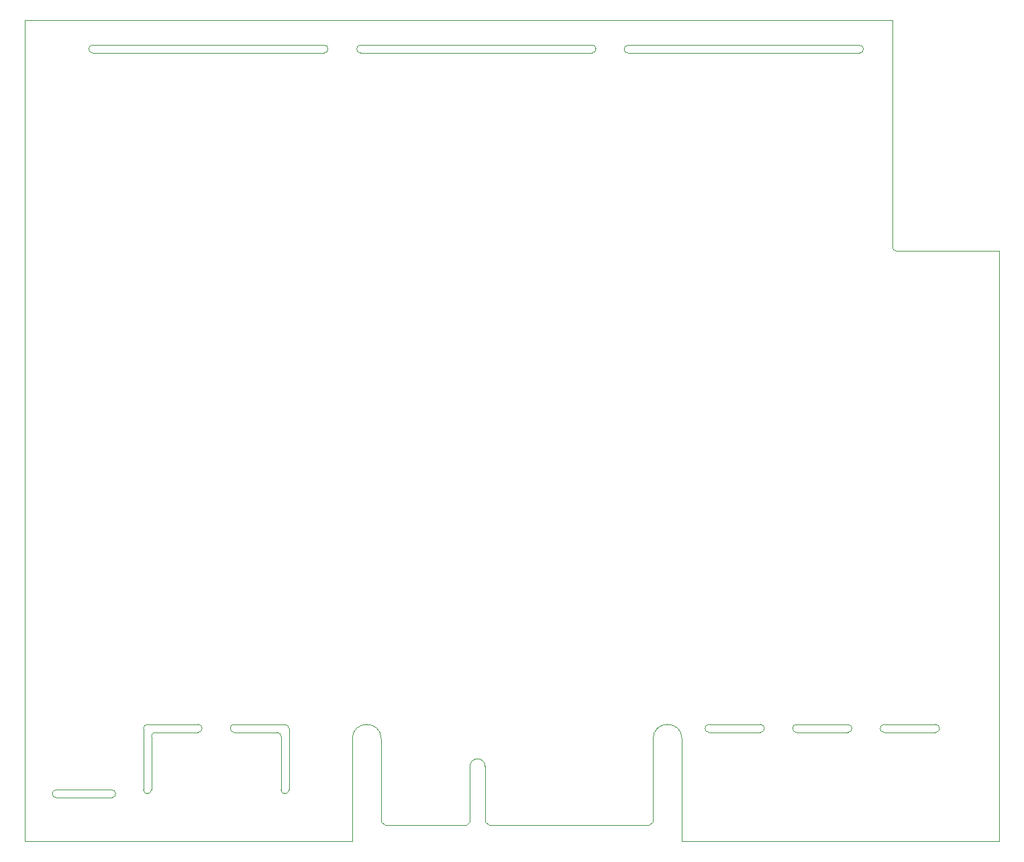
<source format=gbr>
%TF.GenerationSoftware,KiCad,Pcbnew,8.99.0-3402-gadd58faa30*%
%TF.CreationDate,2024-12-15T16:18:47-05:00*%
%TF.ProjectId,Thunderscope_Rev5_Mech_Model,5468756e-6465-4727-9363-6f70655f5265,rev?*%
%TF.SameCoordinates,Original*%
%TF.FileFunction,Profile,NP*%
%FSLAX46Y46*%
G04 Gerber Fmt 4.6, Leading zero omitted, Abs format (unit mm)*
G04 Created by KiCad (PCBNEW 8.99.0-3402-gadd58faa30) date 2024-12-15 16:18:47*
%MOMM*%
%LPD*%
G01*
G04 APERTURE LIST*
%TA.AperFunction,Profile*%
%ADD10C,0.050000*%
%TD*%
G04 APERTURE END LIST*
D10*
X192351100Y-56328589D02*
G75*
G02*
X192351100Y-57328589I5J-500000D01*
G01*
X192351100Y-56328589D02*
X163150853Y-56328783D01*
X124801090Y-57303600D02*
X95601095Y-57303600D01*
X95601095Y-56303600D02*
X124801095Y-56303600D01*
X124801090Y-56303600D02*
G75*
G02*
X124801090Y-57303600I5J-500000D01*
G01*
X95601095Y-57303600D02*
G75*
G02*
X95601095Y-56303600I5J500000D01*
G01*
X129401090Y-56303600D02*
X158601090Y-56303600D01*
X158601090Y-57303600D02*
X129401090Y-57303600D01*
X129401090Y-57303600D02*
G75*
G02*
X129401090Y-56303600I5J500000D01*
G01*
X158601090Y-56303600D02*
G75*
G02*
X158601090Y-57303600I5J-500000D01*
G01*
X163150900Y-57328417D02*
X192346410Y-57328589D01*
X210001095Y-82303600D02*
X203001068Y-82303600D01*
X203001075Y-82303600D02*
X197001095Y-82303600D01*
X197001095Y-82303600D02*
G75*
G02*
X196501100Y-81803595I5J500000D01*
G01*
X196501095Y-81803590D02*
X196501095Y-53203600D01*
X195451095Y-143053600D02*
G75*
G02*
X195451095Y-142053600I5J500000D01*
G01*
X169951095Y-156803600D02*
X169951095Y-143878600D01*
X190901095Y-142053600D02*
G75*
G02*
X190901095Y-143053600I5J-500000D01*
G01*
X169951095Y-156803600D02*
X210001105Y-156803600D01*
X179851095Y-142053600D02*
G75*
G02*
X179851095Y-143053600I5J-500000D01*
G01*
X118851101Y-143053590D02*
G75*
G02*
X119351110Y-143553599I99J-499910D01*
G01*
X132001095Y-154303600D02*
X132001095Y-143878600D01*
X173351095Y-142053600D02*
X179851095Y-142053600D01*
X166301095Y-143878600D02*
G75*
G02*
X169951095Y-143878600I1825000J0D01*
G01*
X195451095Y-142053600D02*
X201951095Y-142053600D01*
X102001095Y-150303603D02*
X102001095Y-142553600D01*
X102501105Y-142053600D02*
X108914854Y-142053606D01*
X173351095Y-143053600D02*
G75*
G02*
X173351095Y-142053600I5J500000D01*
G01*
X87001095Y-53203610D02*
X87001095Y-156803600D01*
X120351095Y-150303600D02*
G75*
G02*
X119351095Y-150303600I-500000J0D01*
G01*
X210001095Y-82303600D02*
X210001105Y-156803600D01*
X128351095Y-156803600D02*
X128351095Y-143878600D01*
X143201095Y-154303600D02*
X143201095Y-147353600D01*
X120351095Y-150303600D02*
X120351105Y-142553597D01*
X179851095Y-143053600D02*
X173351095Y-143053600D01*
X113462360Y-143053614D02*
G75*
G02*
X113437336Y-142053589I-12460J500014D01*
G01*
X119851112Y-142053630D02*
G75*
G02*
X120351170Y-142553597I-12J-500070D01*
G01*
X142701095Y-154803600D02*
X143201095Y-154303600D01*
X98001095Y-151303600D02*
X91001095Y-151303600D01*
X201951095Y-142053600D02*
G75*
G02*
X201951095Y-143053600I5J-500000D01*
G01*
X103001095Y-150303600D02*
G75*
G02*
X102001095Y-150303600I-500000J0D01*
G01*
X108889835Y-143053610D02*
X103501099Y-143053590D01*
X143201095Y-147353600D02*
G75*
G02*
X145101095Y-147353600I950000J0D01*
G01*
X163150853Y-57328417D02*
G75*
G02*
X163150853Y-56328783I59J499817D01*
G01*
X98001095Y-150303600D02*
G75*
G02*
X98001095Y-151303600I5J-500000D01*
G01*
X119351095Y-143553600D02*
X119351095Y-150303600D01*
X102001095Y-142553597D02*
G75*
G02*
X102501088Y-142053695I499905J-3D01*
G01*
X91001095Y-151303600D02*
G75*
G02*
X91001095Y-150303600I5J500000D01*
G01*
X132501095Y-154803600D02*
X142701095Y-154803600D01*
X201951095Y-143053600D02*
X195451095Y-143053600D01*
X184401095Y-142053600D02*
X190901095Y-142053600D01*
X103001095Y-143553600D02*
X103001095Y-150303600D01*
X145101095Y-154303600D02*
X145101095Y-147353600D01*
X132001095Y-154303600D02*
X132501095Y-154803600D01*
X184401095Y-143053600D02*
G75*
G02*
X184401095Y-142053600I5J500000D01*
G01*
X165801095Y-154803600D02*
X166301095Y-154303600D01*
X145101095Y-154303600D02*
X145601095Y-154803600D01*
X103001095Y-143553599D02*
G75*
G02*
X103501099Y-143053595I499905J99D01*
G01*
X166301095Y-154303600D02*
X166301095Y-143878600D01*
X91001095Y-150303600D02*
X98001095Y-150303600D01*
X190901095Y-143053600D02*
X184401095Y-143053600D01*
X128351095Y-143878600D02*
G75*
G02*
X132001095Y-143878600I1825000J0D01*
G01*
X87001095Y-53203610D02*
X196501095Y-53203600D01*
X145601095Y-154803600D02*
X165801095Y-154803600D01*
X87001095Y-156803600D02*
X128351095Y-156803600D01*
X119851095Y-142053600D02*
X113437336Y-142053606D01*
X108914854Y-142053606D02*
G75*
G02*
X108889830Y-143053596I-12554J-499994D01*
G01*
X113462365Y-143053610D02*
X118851101Y-143053590D01*
M02*

</source>
